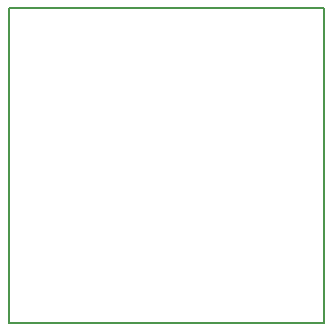
<source format=gbr>
G04 #@! TF.FileFunction,Profile,NP*
%FSLAX46Y46*%
G04 Gerber Fmt 4.6, Leading zero omitted, Abs format (unit mm)*
G04 Created by KiCad (PCBNEW 4.0.2-4+6225~38~ubuntu15.10.1-stable) date Tue 19 Apr 2016 11:15:40 PM PDT*
%MOMM*%
G01*
G04 APERTURE LIST*
%ADD10C,0.100000*%
%ADD11C,0.150000*%
G04 APERTURE END LIST*
D10*
D11*
X190500000Y-140970000D02*
X163830000Y-140970000D01*
X190500000Y-114300000D02*
X190500000Y-140970000D01*
X163830000Y-114300000D02*
X190500000Y-114300000D01*
X163830000Y-140970000D02*
X163830000Y-114300000D01*
M02*

</source>
